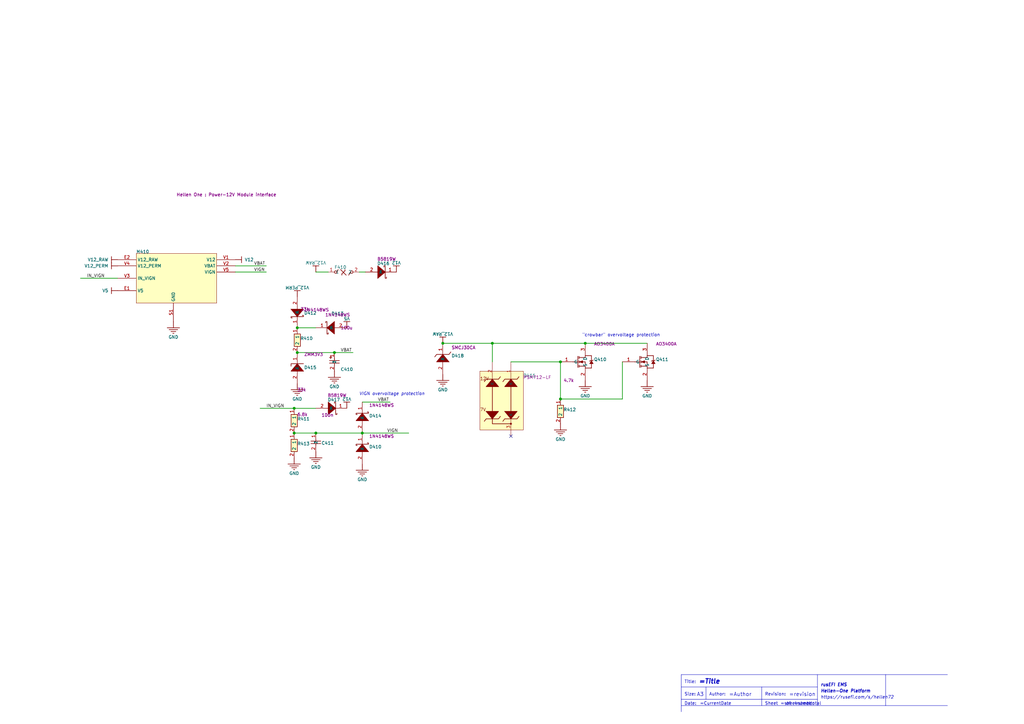
<source format=kicad_sch>
(kicad_sch (version 20201015) (generator eeschema)
  (paper "A3")
  (title_block (title "Hellen-One Power12") (rev "0.1"))
  (lib_symbols
    (symbol "hellen1-power12-altium-import:0_C Pol"
      (property "Value" "0_C Pol" (at 0 0 0))
      (symbol "0_C Pol_1_0"
        (polyline (pts (xy -2.032 -3.302) (xy 2.032 -3.302)) (stroke (width 0.254)))
        (polyline (pts (xy 0 -2.54) (xy 0 -3.302)) (stroke (width 0.254)))
        (polyline (pts (xy 0 -5.08) (xy 0 -4.318)) (stroke (width 0.254)))
        (polyline (pts (xy -1.524 -2.54) (xy -1.524 -1.524)) (stroke (width 0.254)))
        (polyline (pts (xy -2.032 -2.032) (xy -1.016 -2.032)) (stroke (width 0.254)))
        (polyline (pts (xy -2.032 -4.318) (xy 2.032 -4.318)) (stroke (width 0.254)))
        (pin passive line (at 0 0 270) (length 2.54) (name "1") (number "1"))
        (pin passive line (at 0 -7.62 90) (length 2.54) (name "2") (number "2"))
      )
    )
    (symbol "hellen1-power12-altium-import:0_Cap"
      (property "Value" "0_Cap" (at 0 0 0))
      (symbol "0_Cap_1_0"
        (polyline (pts (xy 2.032 -4.318) (xy -2.032 -4.318)) (stroke (width 0.254)))
        (polyline (pts (xy -2.032 -3.302) (xy 2.032 -3.302)) (stroke (width 0.254)))
        (polyline (pts (xy 0 -2.54) (xy 0 -3.302)) (stroke (width 0.254)))
        (polyline (pts (xy 0 -5.08) (xy 0 -4.318)) (stroke (width 0.254)))
        (pin passive line (at 0 0 270) (length 2.54) (name "1") (number "1"))
        (pin passive line (at 0 -7.62 90) (length 2.54) (name "2") (number "2"))
      )
    )
    (symbol "hellen1-power12-altium-import:0_D Schottky"
      (property "Value" "0_D Schottky" (at 0 0 0))
      (symbol "0_D Schottky_1_0"
        (polyline (pts (xy 2.54 2.54) (xy -0.508 0) (xy 2.54 -2.54) (xy 2.54 2.54)) (stroke (width 0.254)) (fill (type outline)))
        (polyline (pts (xy -1.016 2.032) (xy -1.016 2.54) (xy -0.508 2.54) (xy -0.508 -2.54) (xy 0 -2.54) (xy 0 -2.032)) (stroke (width 0.254)))
        (pin passive line (at 7.62 0 180) (length 5.08) (name "A") (number "2"))
        (pin passive line (at -5.08 0 0) (length 5.08) (name "K") (number "1"))
      )
    )
    (symbol "hellen1-power12-altium-import:0_F PTC"
      (property "Value" "0_F PTC" (at 0 0 0))
      (symbol "0_F PTC_1_0"
        (arc (start 2.032 -2.032) (end 2.032 -2.032) (radius (at 2.032 -2.032) (length 0.762) (angles 18.4 146.3)))
        (arc (start 5.334 -3.302) (end 5.334 -3.302) (radius (at 5.334 -3.302) (length 0.762) (angles -146.4 -26.6)))
        (circle (center 0.508 -2.54) (radius 0.508) (stroke (width 0.254)))
        (circle (center 7.112 -2.54) (radius 0.508) (stroke (width 0.254)))
        (polyline (pts (xy 1.016 -2.54) (xy 1.524 -1.524)) (stroke (width 0.254)))
        (polyline (pts (xy 4.826 -3.81) (xy 2.54 -1.524)) (stroke (width 0.254)))
        (polyline (pts (xy 5.842 -3.81) (xy 6.604 -2.54)) (stroke (width 0.254)))
        (polyline (pts (xy 3.048 -3.81) (xy 3.048 -3.302)) (stroke (width 0.254)))
        (polyline (pts (xy 3.048 -3.302) (xy 4.318 -2.032)) (stroke (width 0.254)))
        (polyline (pts (xy 4.318 -2.032) (xy 4.318 -1.524)) (stroke (width 0.254)))
        (pin passive line (at -2.54 -2.54 0) (length 2.54) (name "1") (number "1"))
        (pin passive line (at 10.16 -2.54 180) (length 2.54) (name "2") (number "2"))
      )
    )
    (symbol "hellen1-power12-altium-import:0_MOSFET-n"
      (property "Value" "0_MOSFET-n" (at 0 0 0))
      (symbol "0_MOSFET-n_1_0"
        (polyline (pts (xy 5.08 -0.762) (xy 2.54 -0.762)) (stroke (width 0.254)))
        (polyline (pts (xy 5.08 -2.54) (xy 2.54 -2.54)) (stroke (width 0.254)))
        (polyline (pts (xy 5.08 -4.318) (xy 2.54 -4.318)) (stroke (width 0.254)))
        (polyline (pts (xy 5.08 -2.54) (xy 5.08 -5.08)) (stroke (width 0.254)))
        (polyline (pts (xy 2.032 -0.254) (xy 2.032 -4.826)) (stroke (width 0.254)))
        (polyline (pts (xy 2.54 -0.254) (xy 2.54 -1.27)) (stroke (width 0.254)))
        (polyline (pts (xy 2.54 -3.048) (xy 2.54 -2.032)) (stroke (width 0.254)))
        (polyline (pts (xy 2.54 -4.826) (xy 2.54 -3.81)) (stroke (width 0.254)))
        (polyline (pts (xy 0 -2.54) (xy 2.032 -2.54)) (stroke (width 0.254)))
        (polyline (pts (xy 2.54 -2.54) (xy 4.064 -3.048) (xy 4.064 -2.032) (xy 2.54 -2.54)) (fill (type outline)))
        (polyline (pts (xy 5.08 -0.762) (xy 5.08 0)) (stroke (width 0.254)))
        (polyline (pts (xy 5.08 -5.08) (xy 7.62 -5.08)) (stroke (width 0.254)))
        (polyline (pts (xy 7.62 -2.032) (xy 6.858 -3.302) (xy 8.382 -3.302) (xy 7.62 -2.032)) (fill (type outline)))
        (polyline (pts (xy 7.62 -5.08) (xy 7.62 -3.302)) (stroke (width 0.254)))
        (polyline (pts (xy 7.62 0) (xy 7.62 -2.032)) (stroke (width 0.254)))
        (polyline (pts (xy 5.08 0) (xy 7.62 0)) (stroke (width 0.254)))
        (polyline (pts (xy 8.382 -1.778) (xy 8.128 -2.032) (xy 7.112 -2.032) (xy 6.858 -2.286)) (stroke (width 0.254)))
        (pin passive line (at 5.08 5.08 270) (length 5.08) (name "D") (number "3"))
        (pin passive line (at -5.08 -2.54 0) (length 5.08) (name "G") (number "1"))
        (pin passive line (at 5.08 -10.16 90) (length 5.08) (name "S") (number "2"))
      )
    )
    (symbol "hellen1-power12-altium-import:0_Mod-Hellen-Power12"
      (property "Value" "0_Mod-Hellen-Power12" (at 0 0 0))
      (symbol "0_Mod-Hellen-Power12_1_0"
        (rectangle (start 33.02 0) (end 0 -20.32) (fill (type background)))
        (pin passive line (at 40.64 -2.54 180) (length 7.62) (name "V12") (number "V1"))
        (pin passive line (at 40.64 -5.08 180) (length 7.62) (name "VBAT") (number "V2"))
        (pin passive line (at -7.62 -15.24 0) (length 7.62) (name "V5") (number "E1"))
        (pin passive line (at -7.62 -2.54 0) (length 7.62) (name "V12_RAW") (number "E2"))
        (pin passive line (at -7.62 -10.16 0) (length 7.62) (name "IN_VIGN") (number "V3"))
        (pin passive line (at -7.62 -5.08 0) (length 7.62) (name "V12_PERM") (number "V4"))
        (pin passive line (at 15.24 -27.94 90) (length 7.62) (name "GND") (number "S1"))
        (pin passive line (at 40.64 -7.62 180) (length 7.62) (name "VIGN") (number "V5"))
      )
    )
    (symbol "hellen1-power12-altium-import:0_Res"
      (property "Value" "0_Res" (at 0 0 0))
      (symbol "0_Res_1_0"
        (rectangle (start 1.27 -2.54) (end -1.27 -7.62) (stroke (width 0.254)) (fill (type background)))
        (pin passive line (at 0 -10.16 90) (length 2.54) (name "2") (number "2"))
        (pin passive line (at 0 0 270) (length 2.54) (name "1") (number "1"))
      )
    )
    (symbol "hellen1-power12-altium-import:0_mirrored_Res"
      (property "Value" "0_mirrored_Res" (at 0 0 0))
      (symbol "0_mirrored_Res_1_0"
        (rectangle (start 1.27 -2.54) (end -1.27 -7.62) (stroke (width 0.254)) (fill (type background)))
        (pin passive line (at 0 -10.16 90) (length 2.54) (name "2") (number "2"))
        (pin passive line (at 0 0 270) (length 2.54) (name "1") (number "1"))
      )
    )
    (symbol "hellen1-power12-altium-import:1_D Schottky"
      (property "Value" "1_D Schottky" (at 0 0 0))
      (symbol "1_D Schottky_1_0"
        (polyline (pts (xy -2.54 2.54) (xy 0 -0.508) (xy 2.54 2.54) (xy -2.54 2.54)) (stroke (width 0.254)) (fill (type outline)))
        (polyline (pts (xy -2.032 -1.016) (xy -2.54 -1.016) (xy -2.54 -0.508) (xy 2.54 -0.508) (xy 2.54 0) (xy 2.032 0)) (stroke (width 0.254)))
        (pin passive line (at 0 7.62 270) (length 5.08) (name "A") (number "2"))
        (pin passive line (at 0 -5.08 90) (length 5.08) (name "K") (number "1"))
      )
    )
    (symbol "hellen1-power12-altium-import:2_D Schottky"
      (property "Value" "2_D Schottky" (at 0 0 0))
      (symbol "2_D Schottky_1_0"
        (polyline (pts (xy -2.54 -2.54) (xy 0.508 0) (xy -2.54 2.54) (xy -2.54 -2.54)) (stroke (width 0.254)) (fill (type outline)))
        (polyline (pts (xy 1.016 -2.032) (xy 1.016 -2.54) (xy 0.508 -2.54) (xy 0.508 2.54) (xy 0 2.54) (xy 0 2.032)) (stroke (width 0.254)))
        (pin passive line (at -7.62 0 0) (length 5.08) (name "A") (number "2"))
        (pin passive line (at 5.08 0 180) (length 5.08) (name "K") (number "1"))
      )
    )
    (symbol "hellen1-power12-altium-import:3_D Schottky"
      (property "Value" "3_D Schottky" (at 0 0 0))
      (symbol "3_D Schottky_1_0"
        (polyline (pts (xy 2.54 -2.54) (xy 0 0.508) (xy -2.54 -2.54) (xy 2.54 -2.54)) (stroke (width 0.254)) (fill (type outline)))
        (polyline (pts (xy 2.032 1.016) (xy 2.54 1.016) (xy 2.54 0.508) (xy -2.54 0.508) (xy -2.54 0) (xy -2.032 0)) (stroke (width 0.254)))
        (pin passive line (at 0 -7.62 90) (length 5.08) (name "A") (number "2"))
        (pin passive line (at 0 5.08 270) (length 5.08) (name "K") (number "1"))
      )
    )
    (symbol "hellen1-power12-altium-import:3_D TVS"
      (property "Value" "3_D TVS" (at 0 0 0))
      (symbol "3_D TVS_1_0"
        (polyline (pts (xy 2.54 -2.54) (xy 0 0.508) (xy -2.54 -2.54) (xy 2.54 -2.54)) (stroke (width 0.254)) (fill (type outline)))
        (polyline (pts (xy 3.302 1.524) (xy 2.54 0.508) (xy -2.54 0.508) (xy -3.302 -0.508)) (stroke (width 0.254)))
        (pin passive line (at 0 -7.62 90) (length 5.08) (name "A") (number "2"))
        (pin passive line (at 0 5.08 270) (length 5.08) (name "K") (number "1"))
      )
    )
    (symbol "hellen1-power12-altium-import:3_D TVS PSM712-12"
      (property "Value" "3_D TVS PSM712-12" (at 0 0 0))
      (symbol "3_D TVS PSM712-12_1_0"
        (circle (center 0 -17.78) (radius 0.2806) (stroke (width 0.254)))
        (text "12V" (at -12.7 0 0) (effects (font (size 1.27 1.27)) (justify left bottom)))
        (text "7V" (at -12.7 -12.7 0) (effects (font (size 1.27 1.27)) (justify left bottom)))
        (rectangle (start 5.08 3.81) (end -12.7 -20.32) (fill (type background)))
        (polyline (pts (xy 3.302 1.524) (xy 2.54 0.508) (xy -2.54 0.508) (xy -3.302 -0.508)) (stroke (width 0.254)))
        (polyline (pts (xy -3.302 -16.764) (xy -2.54 -15.748) (xy 2.54 -15.748) (xy 3.302 -14.732)) (stroke (width 0.254)))
        (polyline (pts (xy -4.318 1.524) (xy -5.08 0.508) (xy -10.16 0.508) (xy -10.922 -0.508)) (stroke (width 0.254)))
        (polyline (pts (xy -10.922 -16.764) (xy -10.16 -15.748) (xy -5.08 -15.748) (xy -4.318 -14.732)) (stroke (width 0.254)))
        (polyline (pts (xy 0 -2.54) (xy 0 -12.7)) (stroke (width 0.254)))
        (polyline (pts (xy -7.62 -2.54) (xy -7.62 -12.7)) (stroke (width 0.254)))
        (polyline (pts (xy -7.62 -15.24) (xy -7.62 -17.78) (xy 0 -17.78)) (stroke (width 0.254)))
        (polyline (pts (xy -10.16 -12.7) (xy -7.62 -15.748) (xy -5.08 -12.7) (xy -10.16 -12.7)) (stroke (width 0.254)) (fill (type outline)))
        (polyline (pts (xy -2.54 -12.7) (xy 0 -15.748) (xy 2.54 -12.7) (xy -2.54 -12.7)) (stroke (width 0.254)) (fill (type outline)))
        (polyline (pts (xy 2.54 -2.54) (xy 0 0.508) (xy -2.54 -2.54) (xy 2.54 -2.54)) (stroke (width 0.254)) (fill (type outline)))
        (polyline (pts (xy -5.08 -2.54) (xy -7.62 0.508) (xy -10.16 -2.54) (xy -5.08 -2.54)) (stroke (width 0.254)) (fill (type outline)))
        (pin passive line (at 0 7.62 270) (length 7.62) (name "K") (number "1"))
        (pin passive line (at 0 -22.86 90) (length 7.62) (name "K") (number "3"))
        (pin passive line (at -7.62 7.62 270) (length 7.62) (name "K") (number "2"))
      )
    )
    (symbol "hellen1-power12-altium-import:3_D Zener"
      (property "Value" "3_D Zener" (at 0 0 0))
      (symbol "3_D Zener_1_0"
        (polyline (pts (xy 2.54 -2.54) (xy 0 0.508) (xy -2.54 -2.54) (xy 2.54 -2.54)) (stroke (width 0.254)) (fill (type outline)))
        (polyline (pts (xy 2.54 0.508) (xy -2.54 0.508) (xy -2.54 -0.508)) (stroke (width 0.254)))
        (pin passive line (at 0 -7.62 90) (length 5.08) (name "A") (number "2"))
        (pin passive line (at 0 5.08 270) (length 5.08) (name "K") (number "1"))
      )
    )
    (symbol "hellen1-power12-altium-import:GND" (power)
      (property "Reference" "#PWR" (at 0 0 0))
      (property "Value" "GND" (at 0 6.35 0))
      (symbol "GND_0_0"
        (polyline (pts (xy 0 0) (xy 0 -2.54)) (stroke (width 0.254)))
        (polyline (pts (xy -2.54 -2.54) (xy 2.54 -2.54)) (stroke (width 0.254)))
        (polyline (pts (xy -1.778 -3.302) (xy 1.778 -3.302)) (stroke (width 0.254)))
        (polyline (pts (xy -1.016 -4.064) (xy 1.016 -4.064)) (stroke (width 0.254)))
        (polyline (pts (xy -0.254 -4.826) (xy 0.254 -4.826)) (stroke (width 0.254)))
        (pin power_in line (at 0 0 0) (length 0) hide (name "GND") (number ""))
      )
    )
    (symbol "hellen1-power12-altium-import:V12" (power)
      (property "Reference" "#PWR" (at 0 0 0))
      (property "Value" "V12" (at 0 3.81 0))
      (symbol "V12_0_0"
        (polyline (pts (xy 0 0) (xy 0 -2.54)) (stroke (width 0.254)))
        (polyline (pts (xy -1.27 -2.54) (xy 1.27 -2.54)) (stroke (width 0.254)))
        (pin power_in line (at 0 0 0) (length 0) hide (name "V12") (number ""))
      )
    )
    (symbol "hellen1-power12-altium-import:V12_PERM" (power)
      (property "Reference" "#PWR" (at 0 0 0))
      (property "Value" "V12_PERM" (at 0 3.81 0))
      (symbol "V12_PERM_0_0"
        (polyline (pts (xy 0 0) (xy 0 -2.54)) (stroke (width 0.254)))
        (polyline (pts (xy -1.27 -2.54) (xy 1.27 -2.54)) (stroke (width 0.254)))
        (pin power_in line (at 0 0 0) (length 0) hide (name "V12_PERM") (number ""))
      )
    )
    (symbol "hellen1-power12-altium-import:V12_RAW" (power)
      (property "Reference" "#PWR" (at 0 0 0))
      (property "Value" "V12_RAW" (at 0 3.81 0))
      (symbol "V12_RAW_0_0"
        (polyline (pts (xy 0 0) (xy 0 -2.54)) (stroke (width 0.254)))
        (polyline (pts (xy -1.27 -2.54) (xy 1.27 -2.54)) (stroke (width 0.254)))
        (pin power_in line (at 0 0 0) (length 0) hide (name "V12_RAW") (number ""))
      )
    )
    (symbol "hellen1-power12-altium-import:V5" (power)
      (property "Reference" "#PWR" (at 0 0 0))
      (property "Value" "V5" (at 0 3.81 0))
      (symbol "V5_0_0"
        (polyline (pts (xy 0 0) (xy 0 -2.54)) (stroke (width 0.254)))
        (polyline (pts (xy -1.27 -2.54) (xy 1.27 -2.54)) (stroke (width 0.254)))
        (pin power_in line (at 0 0 0) (length 0) hide (name "V5") (number ""))
      )
    )
  )
  (junction (at 120.65 167.4622) (diameter 1.016))
  (junction (at 120.65 177.6222) (diameter 1.016))
  (junction (at 121.92 134.4422) (diameter 1.016))
  (junction (at 121.92 144.6022) (diameter 1.016))
  (junction (at 129.54 177.6222) (diameter 1.016))
  (junction (at 137.16 144.6022) (diameter 1.016))
  (junction (at 148.59 177.6222) (diameter 1.016))
  (junction (at 181.61 140.7922) (diameter 1.016))
  (junction (at 201.93 140.7922) (diameter 1.016))
  (junction (at 229.87 148.4122) (diameter 1.016))
  (junction (at 229.87 163.6522) (diameter 1.016))
  (junction (at 240.03 140.7922) (diameter 1.016))
  (no_connect (at 209.55 178.8922))
  (wire (pts (xy 33.02 114.1222) (xy 48.26 114.1222)) (stroke (width 0.254)))
  (wire (pts (xy 96.52 109.0422) (xy 109.22 109.0422)) (stroke (width 0.254)))
  (wire (pts (xy 96.52 111.5822) (xy 109.22 111.5822)) (stroke (width 0.254)))
  (wire (pts (xy 106.68 167.4622) (xy 120.65 167.4622)) (stroke (width 0.254)))
  (wire (pts (xy 120.65 167.4622) (xy 129.54 167.4622)) (stroke (width 0.254)))
  (wire (pts (xy 120.65 177.6222) (xy 129.54 177.6222)) (stroke (width 0.254)))
  (wire (pts (xy 121.92 144.6022) (xy 137.16 144.6022)) (stroke (width 0.254)))
  (wire (pts (xy 129.54 134.4422) (xy 121.92 134.4422)) (stroke (width 0.254)))
  (wire (pts (xy 129.54 177.6222) (xy 148.59 177.6222)) (stroke (width 0.254)))
  (wire (pts (xy 134.62 111.5822) (xy 129.54 111.5822)) (stroke (width 0.254)))
  (wire (pts (xy 137.16 144.6022) (xy 144.78 144.6022)) (stroke (width 0.254)))
  (wire (pts (xy 148.59 164.9222) (xy 160.02 164.9222)) (stroke (width 0.254)))
  (wire (pts (xy 148.59 177.6222) (xy 167.64 177.6222)) (stroke (width 0.254)))
  (wire (pts (xy 149.86 111.5822) (xy 147.32 111.5822)) (stroke (width 0.254)))
  (wire (pts (xy 201.93 140.7922) (xy 181.61 140.7922)) (stroke (width 0.254)))
  (wire (pts (xy 201.93 140.7922) (xy 201.93 148.4122)) (stroke (width 0.254)))
  (wire (pts (xy 209.55 148.4122) (xy 229.87 148.4122)) (stroke (width 0.254)))
  (wire (pts (xy 229.87 148.4122) (xy 229.87 163.6522)) (stroke (width 0.254)))
  (wire (pts (xy 229.87 163.6522) (xy 255.27 163.6522)) (stroke (width 0.254)))
  (wire (pts (xy 240.03 140.7922) (xy 201.93 140.7922)) (stroke (width 0.254)))
  (wire (pts (xy 255.27 163.6522) (xy 255.27 148.4122)) (stroke (width 0.254)))
  (wire (pts (xy 265.43 140.7922) (xy 240.03 140.7922)) (stroke (width 0.254)))
  (polyline (pts (xy 279.4 276.6822) (xy 279.4 291.9222)) (stroke (width 0) (type solid)))
  (polyline (pts (xy 279.4 281.7622) (xy 335.28 281.7622)) (stroke (width 0) (type solid)))
  (polyline (pts (xy 279.4 286.8422) (xy 335.28 286.8422)) (stroke (width 0) (type solid)))
  (polyline (pts (xy 289.56 281.7622) (xy 289.56 286.8422)) (stroke (width 0) (type solid)))
  (polyline (pts (xy 312.42 281.7622) (xy 312.42 289.3822)) (stroke (width 0) (type solid)))
  (polyline (pts (xy 335.28 276.6822) (xy 335.28 289.3822)) (stroke (width 0) (type solid)))
  (polyline (pts (xy 363.22 276.6822) (xy 279.4 276.6822)) (stroke (width 0) (type solid)))
  (polyline (pts (xy 363.22 276.6822) (xy 363.22 289.3822)) (stroke (width 0) (type solid)))
  (polyline (pts (xy 363.22 289.3822) (xy 279.4 289.3822)) (stroke (width 0) (type solid)))
  (polyline (pts (xy 363.22 289.3822) (xy 388.62 289.3822)) (stroke (width 0) (type solid)))
  (polyline (pts (xy 388.62 276.6822) (xy 363.22 276.6822)) (stroke (width 0) (type solid)))
  (text "VIGN overvoltage protection" (at 147.32 162.3822 180) (effects (font (size 1.27 1.27) italic) (justify left bottom)))
  (text "\"crowbar\" overvoltage protection" (at 238.76 138.2522 180) (effects (font (size 1.27 1.27)) (justify left bottom)))
  (text "Title:" (at 280.67 280.4922 180) (effects (font (size 1.27 1.27)) (justify left bottom)))
  (text "Size:" (at 280.67 285.5722 180) (effects (font (size 1.27 1.27)) (justify left bottom)))
  (text "Date:" (at 280.67 289.3822 180) (effects (font (size 1.27 1.27)) (justify left bottom)))
  (text "A3" (at 285.75 285.8262 180) (effects (font (size 1.524 1.524)) (justify left bottom)))
  (text "=Title" (at 286.512 280.7462 180) (effects (font (size 1.905 1.905) bold italic) (justify left bottom)))
  (text "=CurrentDate" (at 287.02 289.3822 180) (effects (font (size 1.27 1.27)) (justify left bottom)))
  (text "Author:" (at 290.83 285.5722 180) (effects (font (size 1.27 1.27)) (justify left bottom)))
  (text "=Author" (at 298.958 285.8262 180) (effects (font (size 1.524 1.524)) (justify left bottom)))
  (text "Revision:" (at 313.69 285.5722 180) (effects (font (size 1.27 1.27)) (justify left bottom)))
  (text "Sheet" (at 313.69 289.3822 180) (effects (font (size 1.27 1.27)) (justify left bottom)))
  (text "=sheetnumber" (at 320.04 289.3822 180) (effects (font (size 1.27 1.27)) (justify left bottom)))
  (text "of" (at 322.326 289.3822 180) (effects (font (size 1.27 1.27)) (justify left bottom)))
  (text "=revision" (at 323.596 285.8262 180) (effects (font (size 1.524 1.524)) (justify left bottom)))
  (text "=sheettotal" (at 325.628 289.3822 180) (effects (font (size 1.27 1.27)) (justify left bottom)))
  (text "rusEFI EMS" (at 336.55 281.7622 180) (effects (font (size 1.27 1.27) bold italic) (justify left bottom)))
  (text "Hellen-One Platform" (at 336.55 284.3022 180) (effects (font (size 1.27 1.27) bold italic) (justify left bottom)))
  (text "https://rusefi.com/s/hellen72" (at 336.55 286.8422 180) (effects (font (size 1.27 1.27) italic) (justify left bottom)))
  (label "IN_VIGN" (at 35.56 114.1222 0))
  (label "VBAT" (at 104.14 109.0422 0))
  (label "VIGN" (at 104.14 111.5822 0))
  (label "IN_VIGN" (at 109.22 167.4622 0))
  (label "VBAT" (at 139.7 144.6022 0))
  (label "VBAT" (at 154.94 164.9222 0))
  (label "VIGN" (at 158.75 177.6222 0))
  (symbol (lib_id "hellen1-power12-altium-import:V12_RAW") (at 48.26 106.5022 270) (unit 1)
    (property "Reference" "#PWR?" (effects hide))
    (property "Value" "V12_RAW" (at 44.45 106.5022 -270) (effects (justify right)))
  )
  (symbol (lib_id "hellen1-power12-altium-import:V12_PERM") (at 48.26 109.0422 270) (unit 1)
    (property "Reference" "#PWR?" (effects hide))
    (property "Value" "V12_PERM" (at 44.45 109.0422 -270) (effects (justify right)))
  )
  (symbol (lib_id "hellen1-power12-altium-import:V5") (at 48.26 119.2022 270) (unit 1)
    (property "Reference" "#PWR?" (effects hide))
    (property "Value" "V5" (at 44.45 119.2022 -270) (effects (justify right)))
  )
  (symbol (lib_id "hellen1-power12-altium-import:V12") (at 96.52 106.5022 90) (unit 1)
    (property "Reference" "#PWR?" (effects hide))
    (property "Value" "V12" (at 100.33 106.5022 -90) (effects (justify left)))
  )
  (symbol (lib_id "hellen1-power12-altium-import:V12_PERM") (at 121.92 121.7422 180) (unit 1)
    (property "Reference" "#PWR?" (effects hide))
    (property "Value" "V12_PERM" (at 121.92 117.9322 -180))
  )
  (symbol (lib_id "hellen1-power12-altium-import:V12_RAW") (at 129.54 111.5822 180) (unit 1)
    (property "Reference" "#PWR?" (effects hide))
    (property "Value" "V12_RAW" (at 129.54 107.7722 -180))
  )
  (symbol (lib_id "hellen1-power12-altium-import:V5") (at 142.24 134.4422 180) (unit 1)
    (property "Reference" "#PWR?" (effects hide))
    (property "Value" "V5" (at 142.24 130.6322 -180))
  )
  (symbol (lib_id "hellen1-power12-altium-import:V12") (at 142.24 167.4622 180) (unit 1)
    (property "Reference" "#PWR?" (effects hide))
    (property "Value" "V12" (at 142.24 163.6522 -180))
  )
  (symbol (lib_id "hellen1-power12-altium-import:V12") (at 162.56 111.5822 180) (unit 1)
    (property "Reference" "#PWR?" (effects hide))
    (property "Value" "V12" (at 162.56 107.7722 -180))
  )
  (symbol (lib_id "hellen1-power12-altium-import:V12_RAW") (at 181.61 140.7922 180) (unit 1)
    (property "Reference" "#PWR?" (effects hide))
    (property "Value" "V12_RAW" (at 181.61 136.9822 -180))
  )
  (symbol (lib_id "hellen1-power12-altium-import:GND") (at 71.12 131.9022 0) (unit 1)
    (property "Reference" "#PWR?" (effects hide))
    (property "Value" "GND" (at 71.12 138.2522 0))
  )
  (symbol (lib_id "hellen1-power12-altium-import:GND") (at 120.65 187.7822 0) (unit 1)
    (property "Reference" "#PWR?" (effects hide))
    (property "Value" "GND" (at 120.65 194.1322 0))
  )
  (symbol (lib_id "hellen1-power12-altium-import:GND") (at 121.92 157.3022 0) (unit 1)
    (property "Reference" "#PWR?" (effects hide))
    (property "Value" "GND" (at 121.92 163.6522 0))
  )
  (symbol (lib_id "hellen1-power12-altium-import:GND") (at 129.54 185.2422 0) (unit 1)
    (property "Reference" "#PWR?" (effects hide))
    (property "Value" "GND" (at 129.54 191.5922 0))
  )
  (symbol (lib_id "hellen1-power12-altium-import:GND") (at 137.16 152.2222 0) (unit 1)
    (property "Reference" "#PWR?" (effects hide))
    (property "Value" "GND" (at 137.16 158.5722 0))
  )
  (symbol (lib_id "hellen1-power12-altium-import:GND") (at 148.59 190.3222 0) (unit 1)
    (property "Reference" "#PWR?" (effects hide))
    (property "Value" "GND" (at 148.59 196.6722 0))
  )
  (symbol (lib_id "hellen1-power12-altium-import:GND") (at 181.61 153.4922 0) (unit 1)
    (property "Reference" "#PWR?" (effects hide))
    (property "Value" "GND" (at 181.61 159.8422 0))
  )
  (symbol (lib_id "hellen1-power12-altium-import:GND") (at 229.87 173.8122 0) (unit 1)
    (property "Reference" "#PWR?" (effects hide))
    (property "Value" "GND" (at 229.87 180.1622 0))
  )
  (symbol (lib_id "hellen1-power12-altium-import:GND") (at 240.03 156.0322 0) (unit 1)
    (property "Reference" "#PWR?" (effects hide))
    (property "Value" "GND" (at 240.03 162.3822 0))
  )
  (symbol (lib_id "hellen1-power12-altium-import:GND") (at 265.43 156.0322 0) (unit 1)
    (property "Reference" "#PWR?" (effects hide))
    (property "Value" "GND" (at 265.43 162.3822 0))
  )
  (symbol (lib_id "hellen1-power12-altium-import:0_mirrored_Res") (at 120.65 167.4622 0) (unit 1)
    (property "Reference" "R411" (at 121.92 172.5422 0) (effects (justify left bottom)))
    (property "Fitted" "True" (effects hide))
    (property "PackageReference" "R0603" (effects hide))
    (property "Supplier 3" "LCSC" (effects hide))
    (property "Supplier Part Number 3" "C4216" (effects hide))
    (property "Type" "SMD" (effects hide))
    (property "MPN" "*" (effects hide))
    (property "Comment" "33k" (at 121.92 159.8422 0) (effects (justify left mirror)))
  )
  (symbol (lib_id "hellen1-power12-altium-import:0_mirrored_Res") (at 120.65 177.6222 0) (unit 1)
    (property "Reference" "R413" (at 121.92 182.7022 0) (effects (justify left bottom)))
    (property "Fitted" "True" (effects hide))
    (property "PackageReference" "R0603" (effects hide))
    (property "Supplier 3" "LCSC" (effects hide))
    (property "Supplier Part Number 3" "C23212" (effects hide))
    (property "Type" "SMD" (effects hide))
    (property "MPN" "*" (effects hide))
    (property "Comment" "6.8k" (at 121.92 170.0022 0) (effects (justify left mirror)))
  )
  (symbol (lib_id "hellen1-power12-altium-import:0_Res") (at 121.92 134.4422 0) (unit 1)
    (property "Reference" "R410" (at 123.19 139.5222 0) (effects (justify left bottom)))
    (property "Fitted" "True" (effects hide))
    (property "Optional" "*" (effects hide))
    (property "PackageReference" "R0603" (effects hide))
    (property "Type" "SMD" (effects hide))
    (property "Supplier Part Number 1" "*" (effects hide))
    (property "Supplier Part Number 2" "*" (effects hide))
    (property "Supplier Part Number 3" "C4216" (effects hide))
    (property "Supplier 1" "Mouser" (effects hide))
    (property "Supplier 2" "DigiKey" (effects hide))
    (property "Supplier 3" "LCSC" (effects hide))
    (property "Comment" "33k" (at 123.19 126.8222 0) (effects (justify left)))
  )
  (symbol (lib_id "hellen1-power12-altium-import:0_mirrored_Res") (at 229.87 163.6522 0) (unit 1)
    (property "Reference" "R412" (at 231.14 168.7322 0) (effects (justify left bottom)))
    (property "Fitted" "True" (effects hide))
    (property "PackageReference" "R0603" (effects hide))
    (property "Supplier 3" "LCSC" (effects hide))
    (property "Supplier Part Number 3" "C23162" (effects hide))
    (property "Type" "SMD" (effects hide))
    (property "MPN" "*" (effects hide))
    (property "Comment" "4.7k" (at 231.14 156.0322 0) (effects (justify left mirror)))
  )
  (symbol (lib_id "hellen1-power12-altium-import:0_Cap") (at 129.54 177.6222 0) (unit 1)
    (property "Reference" "C411" (at 131.826 182.4482 0) (effects (justify left bottom)))
    (property "Fitted" "True" (effects hide))
    (property "Supplier Part Number 1" "710-885012207079" (effects hide))
    (property "Supplier Part Number 2" "732-7673-1-ND" (effects hide))
    (property "Supplier 1" "Mouser" (effects hide))
    (property "Supplier 2" "Digi-Key" (effects hide))
    (property "PackageReference" "C0603" (effects hide))
    (property "Supplier Part Number 3" "C14663" (effects hide))
    (property "Type" "SMD" (effects hide))
    (property "Supplier 3" "LCSC" (effects hide))
    (property "Comment" "100n" (at 131.826 170.2562 0) (effects (justify left)))
  )
  (symbol (lib_id "hellen1-power12-altium-import:0_C Pol") (at 137.16 144.6022 0) (unit 1)
    (property "Reference" "C410" (at 139.7 152.2222 0) (effects (justify left bottom)))
    (property "Published" "17-Jul-2002" (effects hide))
    (property "LatestRevisionDate" "19-Mar-2004" (effects hide))
    (property "LatestRevisionNote" "Silkscreen dimensions re-sized." (effects hide))
    (property "DatasheetDocument" "Mar-2001" (effects hide))
    (property "PackageDocument" "Mar-2001" (effects hide))
    (property "Publisher" "Altium Limited" (effects hide))
    (property "Code_JEITA" "3216-18" (effects hide))
    (property "ComponentLink1Description" "Manufacturer Link" (effects hide))
    (property "ComponentLink1URL" "http://www.kemet.com/" (effects hide))
    (property "ComponentLink2Description" "Datasheet" (effects hide))
    (property "ComponentLink2URL" "http://www.kemet.com/kemet/web/homepage/kechome.nsf/vapubfilesname/F3102TA.pdf/$file/F3102TA.pdf" (effects hide))
    (property "Fitted" "True" (effects hide))
    (property "Supplier Part Number 1" "647-UHD1A681MPD" (effects hide))
    (property "Supplier Part Number 2" "493-16775-ND" (effects hide))
    (property "Supplier 1" "Mouser" (effects hide))
    (property "Supplier 2" "Digi-Key" (effects hide))
    (property "Supplier 3" "LCSC" (effects hide))
    (property "Supplier Part Number 3" "C16133" (effects hide))
    (property "Type" "SMD" (effects hide))
    (property "PackageReference" "TANT-B" (effects hide))
    (property "Comment" "100u" (at 139.7 134.4422 0) (effects (justify left)))
  )
  (symbol (lib_id "hellen1-power12-altium-import:0_F PTC") (at 137.16 109.0422 0) (unit 1)
    (property "Reference" "F410" (at 137.16 110.3122 0) (effects (justify left bottom)))
    (property "Published" "24-Mar-1999" (effects hide))
    (property "LatestRevisionDate" "17-Jul-2002" (effects hide))
    (property "LatestRevisionNote" "Re-released for DXP Platform." (effects hide))
    (property "PackageReference" "SMD1206" (effects hide))
    (property "Publisher" "Altium Limited" (effects hide))
    (property "Fitted" "True" (effects hide))
    (property "Supplier 2" "DigiKey" (effects hide))
    (property "Supplier Part Number 2" "*" (effects hide))
    (property "Supplier 1" "Mouser" (effects hide))
    (property "Supplier Part Number 1" "*" (effects hide))
    (property "Supplier Part Number 3" "C209741" (effects hide))
    (property "Supplier 3" "LCSC" (effects hide))
    (property "Type" "SMD" (effects hide))
    (property "Comment" "SMD1206P050TF/24" (effects hide))
  )
  (symbol (lib_id "hellen1-power12-altium-import:1_D Schottky") (at 121.92 129.3622 0) (unit 1)
    (property "Reference" "D412" (at 124.714 129.1082 0) (effects (justify left bottom)))
    (property "Published" "8-Jun-2000" (effects hide))
    (property "LatestRevisionDate" "17-Jul-2002" (effects hide))
    (property "LatestRevisionNote" "Re-released for DXP Platform." (effects hide))
    (property "PackageReference" "SOD-323" (effects hide))
    (property "Publisher" "Altium Limited" (effects hide))
    (property "Code_JEDEC" "DO-214-AA" (effects hide))
    (property "Fitted" "True" (effects hide))
    (property "Type" "SMD" (effects hide))
    (property "Supplier 3" "LCSC" (effects hide))
    (property "Supplier Part Number 3" "C2128" (effects hide))
    (property "Comment" "1N4148WS" (at 124.714 127.0762 0) (effects (justify left)))
  )
  (symbol (lib_id "hellen1-power12-altium-import:3_D Zener") (at 121.92 149.6822 0) (unit 1)
    (property "Reference" "D415" (at 124.714 151.4602 0) (effects (justify left bottom)))
    (property "Published" "29-Sep-2000" (effects hide))
    (property "LatestRevisionDate" "17-Jul-2002" (effects hide))
    (property "LatestRevisionNote" "Re-released for DXP Platform." (effects hide))
    (property "PackageReference" "SOD80" (effects hide))
    (property "Publisher" "Altium Limited" (effects hide))
    (property "PackageDescription" "SOD-80; SOT-23;" (effects hide))
    (property "Note" "Pin 2 is not connected and not drawn." (effects hide))
    (property "ComponentLink1Description" "Manufacturer Link" (effects hide))
    (property "ComponentLink1URL" "http://www.onsemi.com/site/products/landing?taxonomyID=194" (effects hide))
    (property "ComponentLink2Description" "Datasheet" (effects hide))
    (property "ComponentLink2URL" "http://www.onsemi.com/pub/Collateral/BZX84C2V4LT1-D.PDF" (effects hide))
    (property "Fitted" "True" (effects hide))
    (property "Supplier Part Number 1" "771-BZT52-B3V0J" (effects hide))
    (property "Supplier Part Number 2" "1727-8113-1-ND" (effects hide))
    (property "Supplier Part Number 3" "C8056" (effects hide))
    (property "Supplier 1" "Mouser" (effects hide))
    (property "Supplier 2" "DigiKey" (effects hide))
    (property "Supplier 3" "LCSC" (effects hide))
    (property "Type" "SMD" (effects hide))
    (property "Comment" "ZMM3V3" (at 124.714 145.3642 0) (effects (justify left)))
  )
  (symbol (lib_id "hellen1-power12-altium-import:0_D Schottky") (at 134.62 134.4422 0) (unit 1)
    (property "Reference" "D413" (at 135.89 129.3622 0) (effects (justify left bottom)))
    (property "Published" "8-Jun-2000" (effects hide))
    (property "LatestRevisionDate" "17-Jul-2002" (effects hide))
    (property "LatestRevisionNote" "Re-released for DXP Platform." (effects hide))
    (property "PackageReference" "SOD-323" (effects hide))
    (property "Publisher" "Altium Limited" (effects hide))
    (property "Code_JEDEC" "DO-214-AA" (effects hide))
    (property "Fitted" "True" (effects hide))
    (property "Type" "SMD" (effects hide))
    (property "Supplier 3" "LCSC" (effects hide))
    (property "Supplier Part Number 3" "C2128" (effects hide))
    (property "Comment" "1N4148WS" (at 133.35 129.1082 0) (effects (justify left)))
  )
  (symbol (lib_id "hellen1-power12-altium-import:2_D Schottky") (at 137.16 167.4622 0) (unit 1)
    (property "Reference" "D417" (at 134.366 164.6682 0) (effects (justify left bottom)))
    (property "Published" "8-Jun-2000" (effects hide))
    (property "LatestRevisionDate" "17-Jul-2002" (effects hide))
    (property "LatestRevisionNote" "Re-released for DXP Platform." (effects hide))
    (property "PackageReference" "SOD-123" (effects hide))
    (property "Publisher" "Altium Limited" (effects hide))
    (property "Code_JEDEC" "DO-214-AA" (effects hide))
    (property "Fitted" "True" (effects hide))
    (property "Type" "SMD" (effects hide))
    (property "Supplier 3" "LCSC" (effects hide))
    (property "Supplier Part Number 3" "C8598" (effects hide))
    (property "Comment" "B5819W" (at 134.366 162.1282 0) (effects (justify left)))
  )
  (symbol (lib_id "hellen1-power12-altium-import:3_D Schottky") (at 148.59 170.0022 0) (unit 1)
    (property "Reference" "D414" (at 151.384 171.2722 0) (effects (justify left bottom)))
    (property "Published" "8-Jun-2000" (effects hide))
    (property "LatestRevisionDate" "17-Jul-2002" (effects hide))
    (property "LatestRevisionNote" "Re-released for DXP Platform." (effects hide))
    (property "PackageReference" "SOD-323" (effects hide))
    (property "Publisher" "Altium Limited" (effects hide))
    (property "Code_JEDEC" "DO-214-AA" (effects hide))
    (property "Fitted" "True" (effects hide))
    (property "Type" "SMD" (effects hide))
    (property "Supplier 3" "LCSC" (effects hide))
    (property "Supplier Part Number 3" "C2128" (effects hide))
    (property "Comment" "1N4148WS" (at 151.384 166.1922 0) (effects (justify left)))
  )
  (symbol (lib_id "hellen1-power12-altium-import:3_D Schottky") (at 148.59 182.7022 0) (unit 1)
    (property "Reference" "D410" (at 151.384 183.9722 0) (effects (justify left bottom)))
    (property "Published" "8-Jun-2000" (effects hide))
    (property "LatestRevisionDate" "17-Jul-2002" (effects hide))
    (property "LatestRevisionNote" "Re-released for DXP Platform." (effects hide))
    (property "PackageReference" "SOD-323" (effects hide))
    (property "Publisher" "Altium Limited" (effects hide))
    (property "Code_JEDEC" "DO-214-AA" (effects hide))
    (property "Fitted" "True" (effects hide))
    (property "Type" "SMD" (effects hide))
    (property "Supplier 3" "LCSC" (effects hide))
    (property "Supplier Part Number 3" "C2128" (effects hide))
    (property "Comment" "1N4148WS" (at 151.384 178.8922 0) (effects (justify left)))
  )
  (symbol (lib_id "hellen1-power12-altium-import:2_D Schottky") (at 157.48 111.5822 0) (unit 1)
    (property "Reference" "D416" (at 154.686 108.7882 0) (effects (justify left bottom)))
    (property "Published" "8-Jun-2000" (effects hide))
    (property "LatestRevisionDate" "17-Jul-2002" (effects hide))
    (property "LatestRevisionNote" "Re-released for DXP Platform." (effects hide))
    (property "PackageReference" "SOD-123" (effects hide))
    (property "Publisher" "Altium Limited" (effects hide))
    (property "Code_JEDEC" "DO-214-AA" (effects hide))
    (property "Fitted" "True" (effects hide))
    (property "Type" "SMD" (effects hide))
    (property "Supplier 3" "LCSC" (effects hide))
    (property "Supplier Part Number 3" "C8598" (effects hide))
    (property "Comment" "B5819W" (at 154.686 106.2482 0) (effects (justify left)))
  )
  (symbol (lib_id "hellen1-power12-altium-import:3_D TVS") (at 181.61 145.8722 0) (unit 1)
    (property "Reference" "D418" (at 185.166 146.6342 0) (effects (justify left bottom)))
    (property "Published" "8-Jun-2000" (effects hide))
    (property "LatestRevisionDate" "17-Jul-2002" (effects hide))
    (property "LatestRevisionNote" "Re-released for DXP Platform." (effects hide))
    (property "PackageReference" "SMC" (effects hide))
    (property "Publisher" "Altium Limited" (effects hide))
    (property "Code_JEDEC" "DO-214-AA" (effects hide))
    (property "Fitted" "True" (effects hide))
    (property "Supplier Part Number 1" "*" (effects hide))
    (property "Supplier Part Number 2" "*" (effects hide))
    (property "Supplier 1" "Mouser" (effects hide))
    (property "Supplier 2" "DigiKey" (effects hide))
    (property "Supplier Part Number 3" "C133648" (effects hide))
    (property "Supplier 3" "LCSC" (effects hide))
    (property "Type" "SMD" (effects hide))
    (property "Comment" "SMCJ30CA" (at 185.166 142.5702 0) (effects (justify left)))
  )
  (symbol (lib_id "hellen1-power12-altium-import:0_MOSFET-n") (at 234.95 145.8722 0) (unit 1)
    (property "Reference" "Q410" (at 243.586 148.1582 0) (effects (justify left bottom)))
    (property "Published" "8-Jun-2000" (effects hide))
    (property "LatestRevisionDate" "17-Jul-2002" (effects hide))
    (property "LatestRevisionNote" "Re-released for DXP Platform." (effects hide))
    (property "DatasheetVersion" "Aug-1997" (effects hide))
    (property "PackageReference" "SOT-23" (effects hide))
    (property "Publisher" "Altium Limited" (effects hide))
    (property "PackageDescription" "SOT-23; 3 Leads; Body 3.1 x 2.5 mm, inc. leads (LxW max)" (effects hide))
    (property "ComponentLink1Description" "Manufacturer Link" (effects hide))
    (property "ComponentLink1URL" "http://www.irf.com/" (effects hide))
    (property "ComponentLink2Description" "Datasheet" (effects hide))
    (property "ComponentLink2URL" "http://www.irf.com/product-info/datasheets/data/irlml2402.pdf" (effects hide))
    (property "Fitted" "True" (effects hide))
    (property "Supplier Part Number 3" "C20917" (effects hide))
    (property "Supplier Part Number 2" "*" (effects hide))
    (property "Supplier Part Number 1" "*" (effects hide))
    (property "Supplier 1" "Mouser" (effects hide))
    (property "Supplier 2" "DigiKey" (effects hide))
    (property "Supplier 3" "LCSC" (effects hide))
    (property "Type" "SMD" (effects hide))
    (property "MPN" "*" (effects hide))
    (property "Comment" "AO3400A" (at 243.586 141.0462 0) (effects (justify left)))
  )
  (symbol (lib_id "hellen1-power12-altium-import:0_MOSFET-n") (at 260.35 145.8722 0) (unit 1)
    (property "Reference" "Q411" (at 268.986 148.1582 0) (effects (justify left bottom)))
    (property "Published" "8-Jun-2000" (effects hide))
    (property "LatestRevisionDate" "17-Jul-2002" (effects hide))
    (property "LatestRevisionNote" "Re-released for DXP Platform." (effects hide))
    (property "DatasheetVersion" "Aug-1997" (effects hide))
    (property "PackageReference" "SOT-23" (effects hide))
    (property "Publisher" "Altium Limited" (effects hide))
    (property "PackageDescription" "SOT-23; 3 Leads; Body 3.1 x 2.5 mm, inc. leads (LxW max)" (effects hide))
    (property "ComponentLink1Description" "Manufacturer Link" (effects hide))
    (property "ComponentLink1URL" "http://www.irf.com/" (effects hide))
    (property "ComponentLink2Description" "Datasheet" (effects hide))
    (property "ComponentLink2URL" "http://www.irf.com/product-info/datasheets/data/irlml2402.pdf" (effects hide))
    (property "Fitted" "True" (effects hide))
    (property "Supplier Part Number 3" "C20917" (effects hide))
    (property "Supplier Part Number 2" "*" (effects hide))
    (property "Supplier Part Number 1" "*" (effects hide))
    (property "Supplier 1" "Mouser" (effects hide))
    (property "Supplier 2" "DigiKey" (effects hide))
    (property "Supplier 3" "LCSC" (effects hide))
    (property "Type" "SMD" (effects hide))
    (property "MPN" "*" (effects hide))
    (property "Comment" "AO3400A" (at 268.986 141.0462 0) (effects (justify left)))
  )
  (symbol (lib_id "hellen1-power12-altium-import:3_D TVS PSM712-12") (at 209.55 156.0322 0) (unit 1)
    (property "Reference" "D411" (at 214.63 154.7622 0) (effects (justify left bottom)))
    (property "Published" "8-Jun-2000" (effects hide))
    (property "LatestRevisionDate" "17-Jul-2002" (effects hide))
    (property "LatestRevisionNote" "Re-released for DXP Platform." (effects hide))
    (property "PackageReference" "SOT-23" (effects hide))
    (property "Publisher" "Altium Limited" (effects hide))
    (property "Code_JEDEC" "DO-214-AA" (effects hide))
    (property "Fitted" "True" (effects hide))
    (property "Supplier Part Number 1" "*" (effects hide))
    (property "Supplier Part Number 2" "*" (effects hide))
    (property "Supplier 1" "Mouser" (effects hide))
    (property "Supplier 2" "DigiKey" (effects hide))
    (property "Supplier Part Number 3" "C32677" (effects hide))
    (property "Supplier 3" "LCSC" (effects hide))
    (property "Type" "SMD" (effects hide))
    (property "Comment" "PSM712-LF" (at 214.63 154.7622 0) (effects (justify left)))
  )
  (symbol (lib_id "hellen1-power12-altium-import:0_Mod-Hellen-Power12") (at 55.88 103.9622 0) (unit 1)
    (property "Reference" "M410" (at 55.88 103.9622 0) (effects (justify left bottom)))
    (property "Publisher" "andreika" (effects hide))
    (property "Supplier Part Number 1" "*" (effects hide))
    (property "Supplier Part Number 2" "*" (effects hide))
    (property "Supplier 1" "Mouser" (effects hide))
    (property "Supplier 2" "Digi-Key" (effects hide))
    (property "Fitted" "False" (effects hide))
    (property "Supplier 3" "LCSC" (effects hide))
    (property "Type" "Module" (effects hide))
    (property "Comment" "Hellen One : Power-12V Module interface" (at 72.39 79.8322 0) (effects (justify left)))
  )
)
</source>
